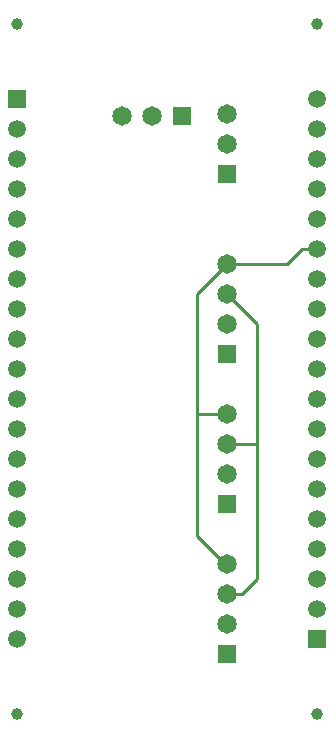
<source format=gtl>
G04*
G04 #@! TF.GenerationSoftware,Altium Limited,Altium Designer,20.0.10 (225)*
G04*
G04 Layer_Physical_Order=1*
G04 Layer_Color=255*
%FSLAX42Y42*%
%MOMM*%
G71*
G01*
G75*
%ADD10C,0.25*%
%ADD18C,1.52*%
%ADD19R,1.52X1.52*%
%ADD20C,1.00*%
%ADD21C,1.65*%
%ADD22R,1.65X1.65*%
%ADD23R,1.65X1.65*%
D10*
X1778Y1753D02*
X2032Y1499D01*
X1778Y2794D02*
Y3810D01*
X2032Y4064D01*
X2540D02*
X2667Y4191D01*
X2078Y4064D02*
X2540D01*
X1999Y2540D02*
X2286D01*
X2032Y1270D02*
X2159D01*
X2286Y1397D01*
X1778Y1753D02*
Y2794D01*
X2286Y2540D02*
Y3556D01*
Y1397D02*
Y2540D01*
X1778Y2794D02*
X2005D01*
X2032Y3810D02*
X2286Y3556D01*
X2667Y4191D02*
X2794D01*
D18*
Y5461D02*
D03*
Y5207D02*
D03*
Y4445D02*
D03*
Y4191D02*
D03*
Y3937D02*
D03*
Y3429D02*
D03*
Y2921D02*
D03*
Y2667D02*
D03*
Y2159D02*
D03*
Y1905D02*
D03*
Y1651D02*
D03*
Y1143D02*
D03*
Y1397D02*
D03*
Y2413D02*
D03*
Y3175D02*
D03*
Y3683D02*
D03*
Y4699D02*
D03*
Y4953D02*
D03*
X254Y889D02*
D03*
Y1143D02*
D03*
Y1905D02*
D03*
Y2159D02*
D03*
Y2413D02*
D03*
Y2921D02*
D03*
Y3429D02*
D03*
Y3683D02*
D03*
Y4191D02*
D03*
Y4445D02*
D03*
Y4699D02*
D03*
Y5207D02*
D03*
Y4953D02*
D03*
Y3937D02*
D03*
Y3175D02*
D03*
Y2667D02*
D03*
Y1651D02*
D03*
Y1397D02*
D03*
D19*
X2794Y889D02*
D03*
X254Y5461D02*
D03*
D20*
X2794Y6096D02*
D03*
X254D02*
D03*
X2794Y254D02*
D03*
X254D02*
D03*
D21*
X1143Y5311D02*
D03*
X1397D02*
D03*
X2032Y1524D02*
D03*
Y1270D02*
D03*
Y1016D02*
D03*
Y2794D02*
D03*
Y2540D02*
D03*
Y2286D02*
D03*
Y4064D02*
D03*
Y3810D02*
D03*
Y3556D02*
D03*
X2034Y5334D02*
D03*
Y5080D02*
D03*
D22*
X1651Y5311D02*
D03*
D23*
X2032Y762D02*
D03*
Y2032D02*
D03*
Y3302D02*
D03*
X2034Y4826D02*
D03*
M02*

</source>
